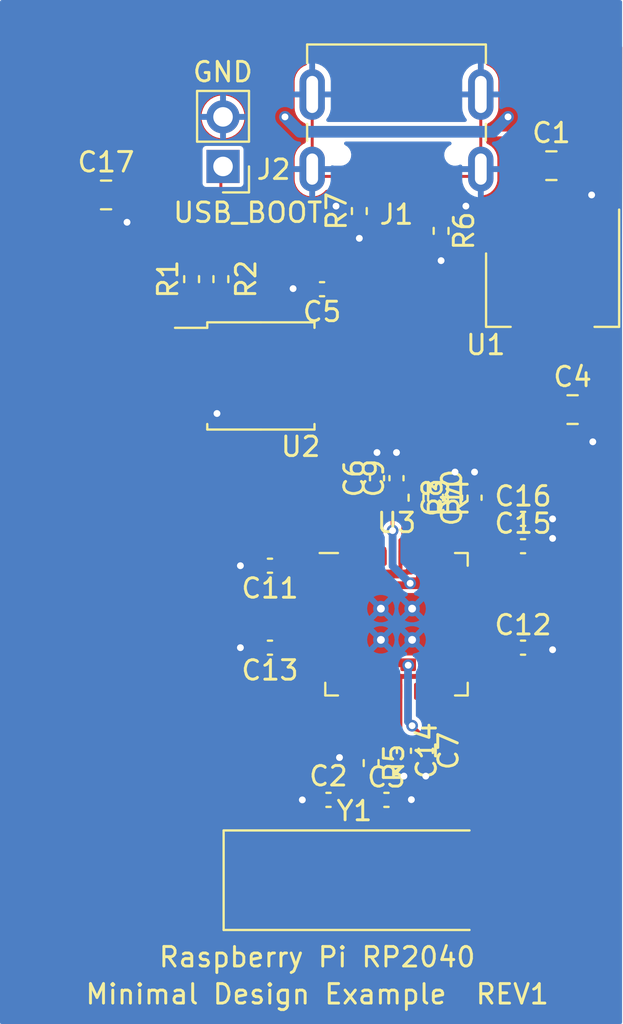
<source format=kicad_pcb>
(kicad_pcb (version 20211014) (generator pcbnew)
  (title_block (title "RP2040 Minimal Design Example") (date "2020-07-13") (rev "REV1") (company "Raspberry Pi (Trading) Ltd"))
  (layers (0 "F.Cu" signal) (31 "B.Cu" signal) (34 "B.Paste" user) (35 "F.Paste" user) (36 "B.SilkS" user "B.Silkscreen") (37 "F.SilkS" user "F.Silkscreen") (38 "B.Mask" user) (39 "F.Mask" user) (44 "Edge.Cuts" user))
  (net 0 "")
  (net 1 "GND")
  (net 2 "VBUS")
  (net 3 "/XIN")
  (net 4 "/XOUT")
  (net 5 "+3V3")
  (net 6 "+1V1")
  (net 7 "/~{USB_BOOT}")
  (net 8 "/GPIO15")
  (net 9 "/GPIO14")
  (net 10 "/GPIO13")
  (net 11 "/GPIO12")
  (net 12 "/GPIO11")
  (net 13 "/GPIO10")
  (net 14 "/GPIO9")
  (net 15 "/GPIO8")
  (net 16 "/GPIO7")
  (net 17 "/GPIO6")
  (net 18 "/GPIO5")
  (net 19 "/GPIO4")
  (net 20 "/GPIO3")
  (net 21 "/GPIO2")
  (net 22 "/GPIO1")
  (net 23 "/GPIO0")
  (net 24 "/GPIO29_ADC3")
  (net 25 "/GPIO28_ADC2")
  (net 26 "/GPIO27_ADC1")
  (net 27 "/GPIO26_ADC0")
  (net 28 "/GPIO25")
  (net 29 "/GPIO24")
  (net 30 "/GPIO23")
  (net 31 "/GPIO22")
  (net 32 "/GPIO21")
  (net 33 "/GPIO20")
  (net 34 "/GPIO19")
  (net 35 "/GPIO18")
  (net 36 "/GPIO17")
  (net 37 "/GPIO16")
  (net 38 "/RUN")
  (net 39 "/SWD")
  (net 40 "/SWCLK")
  (net 41 "/QSPI_SS")
  (net 42 "Net-(R3-Pad2)")
  (net 43 "Net-(R4-Pad2)")
  (net 44 "/QSPI_SD3")
  (net 45 "/QSPI_SCLK")
  (net 46 "/QSPI_SD0")
  (net 47 "/QSPI_SD2")
  (net 48 "/QSPI_SD1")
  (net 49 "/USB_D+")
  (net 50 "/USB_D-")
  (net 51 "Net-(C3-Pad1)")
  (net 54 "Net-(J1-PadA5)")
  (net 55 "Net-(J1-PadB5)")
  (footprint "Capacitor_SMD:C_0805_2012Metric" (layer "F.Cu") (at 109.025 89)
    (fp_text reference "C4" (at 0 -1.68) (layer "F.SilkS"))
    (fp_text value "10u")
    (pad "1" smd roundrect (at -0.95 0) (size 1 1.45) (layers "F.Cu" "F.Paste" "F.Mask") (net 5 "+3V3"))
    (pad "2" smd roundrect (at 0.95 0) (size 1 1.45) (layers "F.Cu" "F.Paste" "F.Mask") (net 1 "GND"))
  )
  (footprint "Connector_PinHeader_2.54mm:PinHeader_1x02_P2.54mm_Vertical" (layer "F.Cu") (at 91.11 76.54 180)
    (fp_text reference "J2" (at -2.59 -0.16) (layer "F.SilkS"))
    (fp_text value "Conn_01x02")
    (pad "1" thru_hole rect (at 0 0 180) (size 1.7 1.7) (drill 1) (layers *.Cu *.Mask) (net 7 "/~{USB_BOOT}"))
    (pad "2" thru_hole oval (at 0 2.54 180) (size 1.7 1.7) (drill 1) (layers *.Cu *.Mask) (net 1 "GND"))
  )
  (footprint "Capacitor_SMD:C_0402_1005Metric" (layer "F.Cu") (at 104 93.515 90)
    (fp_text reference "C10" (at 0 -1.16 90) (layer "F.SilkS"))
    (fp_text value "1u")
    (pad "1" smd roundrect (at -0.48 0 90) (size 0.56 0.62) (layers "F.Cu" "F.Paste" "F.Mask") (net 5 "+3V3"))
    (pad "2" smd roundrect (at 0.48 0 90) (size 0.56 0.62) (layers "F.Cu" "F.Paste" "F.Mask") (net 1 "GND"))
  )
  (footprint "Capacitor_SMD:C_0402_1005Metric" (layer "F.Cu") (at 103 93.515 90)
    (fp_text reference "C8" (at 0 -1.16 90) (layer "F.SilkS"))
    (fp_text value "1u")
    (pad "1" smd roundrect (at -0.48 0 90) (size 0.56 0.62) (layers "F.Cu" "F.Paste" "F.Mask") (net 6 "+1V1"))
    (pad "2" smd roundrect (at 0.48 0 90) (size 0.56 0.62) (layers "F.Cu" "F.Paste" "F.Mask") (net 1 "GND"))
  )
  (footprint "Capacitor_SMD:C_0402_1005Metric" (layer "F.Cu") (at 93.515 101.2 180)
    (fp_text reference "C13" (at 0 -1.16 180) (layer "F.SilkS"))
    (fp_text value "100n")
    (pad "1" smd roundrect (at -0.48 0 180) (size 0.56 0.62) (layers "F.Cu" "F.Paste" "F.Mask") (net 5 "+3V3"))
    (pad "2" smd roundrect (at 0.48 0 180) (size 0.56 0.62) (layers "F.Cu" "F.Paste" "F.Mask") (net 1 "GND"))
  )
  (footprint "Capacitor_SMD:C_0402_1005Metric" (layer "F.Cu") (at 96.185 82.83 180)
    (fp_text reference "C5" (at 0 -1.16 180) (layer "F.SilkS"))
    (fp_text value "100n")
    (pad "1" smd roundrect (at -0.48 0 180) (size 0.56 0.62) (layers "F.Cu" "F.Paste" "F.Mask") (net 5 "+3V3"))
    (pad "2" smd roundrect (at 0.48 0 180) (size 0.56 0.62) (layers "F.Cu" "F.Paste" "F.Mask") (net 1 "GND"))
  )
  (footprint "Resistor_SMD:R_0402_1005Metric" (layer "F.Cu") (at 89.5 82.315 -90)
    (fp_text reference "R2" (at 0 -2.79 -90) (layer "F.SilkS"))
    (fp_text value "DNF")
    (pad "1" smd roundrect (at -0.51 0 270) (size 0.54 0.64) (layers "F.Cu" "F.Paste" "F.Mask") (net 5 "+3V3"))
    (pad "2" smd roundrect (at 0.51 0 270) (size 0.54 0.64) (layers "F.Cu" "F.Paste" "F.Mask") (net 41 "/QSPI_SS"))
  )
  (footprint "Package_TO_SOT_SMD:SOT-223-3_TabPin2" (layer "F.Cu") (at 108 82.85 -90)
    (fp_text reference "U1" (at 2.834 3.428 180) (layer "F.SilkS"))
    (fp_text value "NCP1117-3.3_SOT223")
    (pad "1" smd rect (at -3.15 -2.3 270) (size 2 1.5) (layers "F.Cu" "F.Paste" "F.Mask") (net 1 "GND"))
    (pad "2" smd rect (at -3.15 0 270) (size 2 1.5) (layers "F.Cu" "F.Paste" "F.Mask") (net 5 "+3V3"))
    (pad "2" smd rect (at 3.15 0 270) (size 2 3.8) (layers "F.Cu" "F.Paste" "F.Mask") (net 5 "+3V3"))
    (pad "3" smd rect (at -3.15 2.3 270) (size 2 1.5) (layers "F.Cu" "F.Paste" "F.Mask") (net 2 "VBUS"))
  )
  (footprint "Package_SO:SOIC-8_5.275x5.275mm_P1.27mm" (layer "F.Cu") (at 93.05 87.275)
    (fp_text reference "U2" (at 2.04 3.625) (layer "F.SilkS"))
    (fp_text value "W25Q128JVS")
    (pad "1" smd roundrect (at -3.6 -1.905) (size 1.6 0.6) (layers "F.Cu" "F.Paste" "F.Mask") (net 41 "/QSPI_SS"))
    (pad "2" smd roundrect (at -3.6 -0.635) (size 1.6 0.6) (layers "F.Cu" "F.Paste" "F.Mask") (net 48 "/QSPI_SD1"))
    (pad "3" smd roundrect (at -3.6 0.635) (size 1.6 0.6) (layers "F.Cu" "F.Paste" "F.Mask") (net 47 "/QSPI_SD2"))
    (pad "4" smd roundrect (at -3.6 1.905) (size 1.6 0.6) (layers "F.Cu" "F.Paste" "F.Mask") (net 1 "GND"))
    (pad "5" smd roundrect (at 3.6 1.905) (size 1.6 0.6) (layers "F.Cu" "F.Paste" "F.Mask") (net 46 "/QSPI_SD0"))
    (pad "6" smd roundrect (at 3.6 0.635) (size 1.6 0.6) (layers "F.Cu" "F.Paste" "F.Mask") (net 45 "/QSPI_SCLK"))
    (pad "7" smd roundrect (at 3.6 -0.635) (size 1.6 0.6) (layers "F.Cu" "F.Paste" "F.Mask") (net 44 "/QSPI_SD3"))
    (pad "8" smd roundrect (at 3.6 -1.905) (size 1.6 0.6) (layers "F.Cu" "F.Paste" "F.Mask") (net 5 "+3V3"))
  )
  (footprint "Capacitor_SMD:C_0402_1005Metric" (layer "F.Cu") (at 99.485 109)
    (fp_text reference "C3" (at 0 -1.16) (layer "F.SilkS"))
    (fp_text value "27p")
    (pad "1" smd roundrect (at -0.48 0) (size 0.56 0.62) (layers "F.Cu" "F.Paste" "F.Mask") (net 51 "Net-(C3-Pad1)"))
    (pad "2" smd roundrect (at 0.48 0) (size 0.56 0.62) (layers "F.Cu" "F.Paste" "F.Mask") (net 1 "GND"))
  )
  (footprint "Resistor_SMD:R_0402_1005Metric" (layer "F.Cu") (at 91 82.315 90)
    (fp_text reference "R1" (at 0 -2.71 90) (layer "F.SilkS"))
    (fp_text value "1k")
    (pad "1" smd roundrect (at -0.51 0 90) (size 0.54 0.64) (layers "F.Cu" "F.Paste" "F.Mask") (net 41 "/QSPI_SS"))
    (pad "2" smd roundrect (at 0.51 0 90) (size 0.54 0.64) (layers "F.Cu" "F.Paste" "F.Mask") (net 7 "/~{USB_BOOT}"))
  )
  (footprint "Capacitor_SMD:C_0402_1005Metric" (layer "F.Cu") (at 100 92.515 90)
    (fp_text reference "C9" (at 0 -1.16 90) (layer "F.SilkS"))
    (fp_text value "100n")
    (pad "1" smd roundrect (at -0.48 0 90) (size 0.56 0.62) (layers "F.Cu" "F.Paste" "F.Mask") (net 5 "+3V3"))
    (pad "2" smd roundrect (at 0.48 0 90) (size 0.56 0.62) (layers "F.Cu" "F.Paste" "F.Mask") (net 1 "GND"))
  )
  (footprint "Capacitor_SMD:C_0402_1005Metric" (layer "F.Cu") (at 106.485 101.2)
    (fp_text reference "C12" (at 0 -1.16) (layer "F.SilkS"))
    (fp_text value "100n")
    (pad "1" smd roundrect (at -0.48 0) (size 0.56 0.62) (layers "F.Cu" "F.Paste" "F.Mask") (net 5 "+3V3"))
    (pad "2" smd roundrect (at 0.48 0) (size 0.56 0.62) (layers "F.Cu" "F.Paste" "F.Mask") (net 1 "GND"))
  )
  (footprint "Capacitor_SMD:C_0402_1005Metric" (layer "F.Cu") (at 100.381 106.485 -90)
    (fp_text reference "C14" (at 0 -1.16 -90) (layer "F.SilkS"))
    (fp_text value "100n")
    (pad "1" smd roundrect (at -0.48 0 270) (size 0.56 0.62) (layers "F.Cu" "F.Paste" "F.Mask") (net 5 "+3V3"))
    (pad "2" smd roundrect (at 0.48 0 270) (size 0.56 0.62) (layers "F.Cu" "F.Paste" "F.Mask") (net 1 "GND"))
  )
  (footprint "Resistor_SMD:R_0402_1005Metric" (layer "F.Cu") (at 101 93.515 -90)
    (fp_text reference "R3" (at 0 -1.17 -90) (layer "F.SilkS"))
    (fp_text value "27")
    (pad "1" smd roundrect (at -0.51 0 270) (size 0.54 0.64) (layers "F.Cu" "F.Paste" "F.Mask") (net 49 "/USB_D+"))
    (pad "2" smd roundrect (at 0.51 0 270) (size 0.54 0.64) (layers "F.Cu" "F.Paste" "F.Mask") (net 42 "Net-(R3-Pad2)"))
  )
  (footprint "Capacitor_SMD:C_0402_1005Metric" (layer "F.Cu") (at 101.5 106.485 -90)
    (fp_text reference "C7" (at 0 -1.16 -90) (layer "F.SilkS"))
    (fp_text value "100n")
    (pad "1" smd roundrect (at -0.48 0 270) (size 0.56 0.62) (layers "F.Cu" "F.Paste" "F.Mask") (net 6 "+1V1"))
    (pad "2" smd roundrect (at 0.48 0 270) (size 0.56 0.62) (layers "F.Cu" "F.Paste" "F.Mask") (net 1 "GND"))
  )
  (footprint "Capacitor_SMD:C_0805_2012Metric" (layer "F.Cu") (at 107.9375 76.5)
    (fp_text reference "C1" (at 0 -1.68) (layer "F.SilkS"))
    (fp_text value "10u")
    (pad "1" smd roundrect (at -0.95 0) (size 1 1.45) (layers "F.Cu" "F.Paste" "F.Mask") (net 2 "VBUS"))
    (pad "2" smd roundrect (at 0.95 0) (size 1 1.45) (layers "F.Cu" "F.Paste" "F.Mask") (net 1 "GND"))
  )
  (footprint "Capacitor_SMD:C_0402_1005Metric" (layer "F.Cu") (at 93.515 97 180)
    (fp_text reference "C11" (at 0 -1.16 180) (layer "F.SilkS"))
    (fp_text value "100n")
    (pad "1" smd roundrect (at -0.48 0 180) (size 0.56 0.62) (layers "F.Cu" "F.Paste" "F.Mask") (net 5 "+3V3"))
    (pad "2" smd roundrect (at 0.48 0 180) (size 0.56 0.62) (layers "F.Cu" "F.Paste" "F.Mask") (net 1 "GND"))
  )
  (footprint "Capacitor_SMD:C_0402_1005Metric" (layer "F.Cu") (at 106.485 94.6)
    (fp_text reference "C16" (at 0 -1.16) (layer "F.SilkS"))
    (fp_text value "100n")
    (pad "1" smd roundrect (at -0.48 0) (size 0.56 0.62) (layers "F.Cu" "F.Paste" "F.Mask") (net 5 "+3V3"))
    (pad "2" smd roundrect (at 0.48 0) (size 0.56 0.62) (layers "F.Cu" "F.Paste" "F.Mask") (net 1 "GND"))
  )
  (footprint "kicad-rp2040:RP2040_QFN-56_EP_7x7_Pitch0.4mm_ThermalVias" (layer "F.Cu") (at 100 100)
    (fp_text reference "U3" (at 0 -5.2) (layer "F.SilkS"))
    (fp_text value "RP2040")
    (pad "1" smd oval (at -3.4375 -2.6 90) (size 0.2 0.875) (layers "F.Cu" "F.Paste" "F.Mask") (net 5 "+3V3"))
    (pad "2" smd oval (at -3.4375 -2.2 90) (size 0.2 0.875) (layers "F.Cu" "F.Paste" "F.Mask") (net 23 "/GPIO0"))
    (pad "3" smd oval (at -3.4375 -1.8 90) (size 0.2 0.875) (layers "F.Cu" "F.Paste" "F.Mask") (net 22 "/GPIO1"))
    (pad "4" smd oval (at -3.4375 -1.4 90) (size 0.2 0.875) (layers "F.Cu" "F.Paste" "F.Mask") (net 21 "/GPIO2"))
    (pad "5" smd oval (at -3.4375 -1 90) (size 0.2 0.875) (layers "F.Cu" "F.Paste" "F.Mask") (net 20 "/GPIO3"))
    (pad "6" smd oval (at -3.4375 -0.6 90) (size 0.2 0.875) (layers "F.Cu" "F.Paste" "F.Mask") (net 19 "/GPIO4"))
    (pad "7" smd oval (at -3.4375 -0.2 90) (size 0.2 0.875) (layers "F.Cu" "F.Paste" "F.Mask") (net 18 "/GPIO5"))
    (pad "8" smd oval (at -3.4375 0.2 90) (size 0.2 0.875) (layers "F.Cu" "F.Paste" "F.Mask") (net 17 "/GPIO6"))
    (pad "9" smd oval (at -3.4375 0.6 90) (size 0.2 0.875) (layers "F.Cu" "F.Paste" "F.Mask") (net 16 "/GPIO7"))
    (pad "10" smd oval (at -3.4375 1 90) (size 0.2 0.875) (layers "F.Cu" "F.Paste" "F.Mask") (net 5 "+3V3"))
    (pad "11" smd oval (at -3.4375 1.4 90) (size 0.2 0.875) (layers "F.Cu" "F.Paste" "F.Mask") (net 15 "/GPIO8"))
    (pad "12" smd oval (at -3.4375 1.8 90) (size 0.2 0.875) (layers "F.Cu" "F.Paste" "F.Mask") (net 14 "/GPIO9"))
    (pad "13" smd oval (at -3.4375 2.2 90) (size 0.2 0.875) (layers "F.Cu" "F.Paste" "F.Mask") (net 13 "/GPIO10"))
    (pad "14" smd oval (at -3.4375 2.6 90) (size 0.2 0.875) (layers "F.Cu" "F.Paste" "F.Mask") (net 12 "/GPIO11"))
    (pad "15" smd oval (at -2.6 3.4375) (size 0.2 0.875) (layers "F.Cu" "F.Paste" "F.Mask") (net 11 "/GPIO12"))
    (pad "16" smd oval (at -2.2 3.4375) (size 0.2 0.875) (layers "F.Cu" "F.Paste" "F.Mask") (net 10 "/GPIO13"))
    (pad "17" smd oval (at -1.8 3.4375) (size 0.2 0.875) (layers "F.Cu" "F.Paste" "F.Mask") (net 9 "/GPIO14"))
    (pad "18" smd oval (at -1.4 3.4375) (size 0.2 0.875) (layers "F.Cu" "F.Paste" "F.Mask") (net 8 "/GPIO15"))
    (pad "19" smd oval (at -1 3.4375) (size 0.2 0.875) (layers "F.Cu" "F.Paste" "F.Mask") (net 1 "GND"))
    (pad "20" smd oval (at -0.6 3.4375) (size 0.2 0.875) (layers "F.Cu" "F.Paste" "F.Mask") (net 3 "/XIN"))
    (pad "21" smd oval (at -0.2 3.4375) (size 0.2 0.875) (layers "F.Cu" "F.Paste" "F.Mask") (net 4 "/XOUT"))
    (pad "22" smd oval (at 0.2 3.4375) (size 0.2 0.875) (layers "F.Cu" "F.Paste" "F.Mask") (net 5 "+3V3"))
    (pad "23" smd oval (at 0.6 3.4375) (size 0.2 0.875) (layers "F.Cu" "F.Paste" "F.Mask") (net 6 "+1V1"))
    (pad "24" smd oval (at 1 3.4375) (size 0.2 0.875) (layers "F.Cu" "F.Paste" "F.Mask") (net 40 "/SWCLK"))
    (pad "25" smd oval (at 1.4 3.4375) (size 0.2 0.875) (layers "F.Cu" "F.Paste" "F.Mask") (net 39 "/SWD"))
    (pad "26" smd oval (at 1.8 3.4375) (size 0.2 0.875) (layers "F.Cu" "F.Paste" "F.Mask") (net 38 "/RUN"))
    (pad "27" smd oval (at 2.2 3.4375) (size 0.2 0.875) (layers "F.Cu" "F.Paste" "F.Mask") (net 37 "/GPIO16"))
    (pad "28" smd oval (at 2.6 3.4375) (size 0.2 0.875) (layers "F.Cu" "F.Paste" "F.Mask") (net 36 "/GPIO17"))
    (pad "29" smd oval (at 3.4375 2.6 90) (size 0.2 0.875) (layers "F.Cu" "F.Paste" "F.Mask") (net 35 "/GPIO18"))
    (pad "30" smd oval (at 3.4375 2.2 90) (size 0.2 0.875) (layers "F.Cu" "F.Paste" "F.Mask") (net 34 "/GPIO19"))
    (pad "31" smd oval (at 3.4375 1.8 90) (size 0.2 0.875) (layers "F.Cu" "F.Paste" "F.Mask") (net 33 "/GPIO20"))
    (pad "32" smd oval (at 3.4375 1.4 90) (size 0.2 0.875) (layers "F.Cu" "F.Paste" "F.Mask") (net 32 "/GPIO21"))
    (pad "33" smd oval (at 3.4375 1 90) (size 0.2 0.875) (layers "F.Cu" "F.Paste" "F.Mask") (net 5 "+3V3"))
    (pad "34" smd oval (at 3.4375 0.6 90) (size 0.2 0.875) (layers "F.Cu" "F.Paste" "F.Mask") (net 31 "/GPIO22"))
    (pad "35" smd oval (at 3.4375 0.2 90) (size 0.2 0.875) (layers "F.Cu" "F.Paste" "F.Mask") (net 30 "/GPIO23"))
    (pad "36" smd oval (at 3.4375 -0.2 90) (size 0.2 0.875) (layers "F.Cu" "F.Paste" "F.Mask") (net 29 "/GPIO24"))
    (pad "37" smd oval (at 3.4375 -0.6 90) (size 0.2 0.875) (layers "F.Cu" "F.Paste" "F.Mask") (net 28 "/GPIO25"))
    (pad "38" smd oval (at 3.4375 -1 90) (size 0.2 0.875) (layers "F.Cu" "F.Paste" "F.Mask") (net 27 "/GPIO26_ADC0"))
    (pad "39" smd oval (at 3.4375 -1.4 90) (size 0.2 0.875) (layers "F.Cu" "F.Paste" "F.Mask") (net 26 "/GPIO27_ADC1"))
    (pad "40" smd oval (at 3.4375 -1.8 90) (size 0.2 0.875) (layers "F.Cu" "F.Paste" "F.Mask") (net 25 "/GPIO28_ADC2"))
    (pad "41" smd oval (at 3.4375 -2.2 90) (size 0.2 0.875) (layers "F.Cu" "F.Paste" "F.Mask") (net 24 "/GPIO29_ADC3"))
    (pad "42" smd oval (at 3.4375 -2.6 90) (size 0.2 0.875) (layers "F.Cu" "F.Paste" "F.Mask") (net 5 "+3V3"))
    (pad "43" smd oval (at 2.6 -3.4375) (size 0.2 0.875) (layers "F.Cu" "F.Paste" "F.Mask") (net 5 "+3V3"))
    (pad "44" smd oval (at 2.2 -3.4375) (size 0.2 0.875) (layers "F.Cu" "F.Paste" "F.Mask") (net 5 "+3V3"))
    (pad "45" smd oval (at 1.8 -3.4375) (size 0.2 0.875) (layers "F.Cu" "F.Paste" "F.Mask") (net 6 "+1V1"))
    (pad "46" smd oval (at 1.4 -3.4375) (size 0.2 0.875) (layers "F.Cu" "F.Paste" "F.Mask") (net 43 "Net-(R4-Pad2)"))
    (pad "47" smd oval (at 1 -3.4375) (size 0.2 0.875) (layers "F.Cu" "F.Paste" "F.Mask") (net 42 "Net-(R3-Pad2)"))
    (pad "48" smd oval (at 0.6 -3.4375) (size 0.2 0.875) (layers "F.Cu" "F.Paste" "F.Mask") (net 5 "+3V3"))
    (pad "49" smd oval (at 0.2 -3.4375) (size 0.2 0.875) (layers "F.Cu" "F.Paste" "F.Mask") (net 5 "+3V3"))
    (pad "50" smd oval (at -0.2 -3.4375) (size 0.2 0.875) (layers "F.Cu" "F.Paste" "F.Mask") (net 6 "+1V1"))
    (pad "51" smd oval (at -0.6 -3.4375) (size 0.2 0.875) (layers "F.Cu" "F.Paste" "F.Mask") (net 44 "/QSPI_SD3"))
    (pad "52" smd oval (at -1 -3.4375) (size 0.2 0.875) (layers "F.Cu" "F.Paste" "F.Mask") (net 45 "/QSPI_SCLK"))
    (pad "53" smd oval (at -1.4 -3.4375) (size 0.2 0.875) (layers "F.Cu" "F.Paste" "F.Mask") (net 46 "/QSPI_SD0"))
    (pad "54" smd oval (at -1.8 -3.4375) (size 0.2 0.875) (layers "F.Cu" "F.Paste" "F.Mask") (net 47 "/QSPI_SD2"))
    (pad "55" smd oval (at -2.2 -3.4375) (size 0.2 0.875) (layers "F.Cu" "F.Paste" "F.Mask") (net 48 "/QSPI_SD1"))
    (pad "56" smd oval (at -2.6 -3.4375) (size 0.2 0.875) (layers "F.Cu" "F.Paste" "F.Mask") (net 41 "/QSPI_SS"))
    (pad "57" smd rect (at 0.8 -0.8) (size 1.6 1.6) (layers "F.Cu" "F.Paste" "F.Mask") (net 1 "GND"))
    (pad "57" thru_hole circle (at 0.8 0.8) (size 0.8 0.8) (drill 0.4) (layers *.Cu *.Mask) (net 1 "GND"))
    (pad "57" smd rect (at -0.8 0.8) (size 1.6 1.6) (layers "F.Cu" "F.Paste" "F.Mask") (net 1 "GND"))
    (pad "57" thru_hole circle (at -0.8 -0.8) (size 0.8 0.8) (drill 0.4) (layers *.Cu *.Mask) (net 1 "GND"))
    (pad "57" thru_hole circle (at 0.8 -0.8) (size 0.8 0.8) (drill 0.4) (layers *.Cu *.Mask) (net 1 "GND"))
    (pad "57" thru_hole circle (at -0.8 0.8) (size 0.8 0.8) (drill 0.4) (layers *.Cu *.Mask) (net 1 "GND"))
    (pad "57" smd rect (at -0.8 -0.8) (size 1.6 1.6) (layers "F.Cu" "F.Paste" "F.Mask") (net 1 "GND"))
    (pad "57" smd rect (at 0.8 0.8) (size 1.6 1.6) (layers "F.Cu" "F.Paste" "F.Mask") (net 1 "GND"))
  )
  (footprint "Capacitor_SMD:C_0402_1005Metric" (layer "F.Cu") (at 96.515 109 180)
    (fp_text reference "C2" (at 0.005311 1.218 180) (layer "F.SilkS"))
    (fp_text value "27p")
    (pad "1" smd roundrect (at -0.48 0 180) (size 0.56 0.62) (layers "F.Cu" "F.Paste" "F.Mask") (net 3 "/XIN"))
    (pad "2" smd roundrect (at 0.48 0 180) (size 0.56 0.62) (layers "F.Cu" "F.Paste" "F.Mask") (net 1 "GND"))
  )
  (footprint "Resistor_SMD:R_0402_1005Metric" (layer "F.Cu") (at 102 93.515 -90)
    (fp_text reference "R4" (at 0 -1.17 -90) (layer "F.SilkS"))
    (fp_text value "27")
    (pad "1" smd roundrect (at -0.51 0 270) (size 0.54 0.64) (layers "F.Cu" "F.Paste" "F.Mask") (net 50 "/USB_D-"))
    (pad "2" smd roundrect (at 0.51 0 270) (size 0.54 0.64) (layers "F.Cu" "F.Paste" "F.Mask") (net 43 "Net-(R4-Pad2)"))
  )
  (footprint "Capacitor_SMD:C_0402_1005Metric" (layer "F.Cu") (at 99 92.515 90)
    (fp_text reference "C6" (at 0 -1.16 90) (layer "F.SilkS"))
    (fp_text value "100n")
    (pad "1" smd roundrect (at -0.48 0 90) (size 0.56 0.62) (layers "F.Cu" "F.Paste" "F.Mask") (net 6 "+1V1"))
    (pad "2" smd roundrect (at 0.48 0 90) (size 0.56 0.62) (layers "F.Cu" "F.Paste" "F.Mask") (net 1 "GND"))
  )
  (footprint "Capacitor_SMD:C_0402_1005Metric" (layer "F.Cu") (at 106.485 96)
    (fp_text reference "C15" (at 0 -1.16) (layer "F.SilkS"))
    (fp_text value "100n")
    (pad "1" smd roundrect (at -0.48 0) (size 0.56 0.62) (layers "F.Cu" "F.Paste" "F.Mask") (net 5 "+3V3"))
    (pad "2" smd roundrect (at 0.48 0) (size 0.56 0.62) (layers "F.Cu" "F.Paste" "F.Mask") (net 1 "GND"))
  )
  (footprint "Resistor_SMD:R_0402_1005Metric" (layer "F.Cu") (at 98.7 107.115 -90)
    (fp_text reference "R5" (at 0 -1.17 -90) (layer "F.SilkS"))
    (fp_text value "1k")
    (pad "1" smd roundrect (at -0.51 0 270) (size 0.54 0.64) (layers "F.Cu" "F.Paste" "F.Mask") (net 4 "/XOUT"))
    (pad "2" smd roundrect (at 0.51 0 270) (size 0.54 0.64) (layers "F.Cu" "F.Paste" "F.Mask") (net 51 "Net-(C3-Pad1)"))
  )
  (footprint "Crystal:Crystal_SMD_HC49-SD" (layer "F.Cu") (at 97.841 113.116)
    (fp_text reference "Y1" (at 0 -3.55) (layer "F.SilkS"))
    (fp_text value "ABLS-12.000MHZ-B4-T")
    (pad "1" smd rect (at -4.25 0) (size 4.5 2) (layers "F.Cu" "F.Paste" "F.Mask") (net 3 "/XIN"))
    (pad "2" smd rect (at 4.25 0) (size 4.5 2) (layers "F.Cu" "F.Paste" "F.Mask") (net 51 "Net-(C3-Pad1)"))
  )
  (footprint "Capacitor_SMD:C_0805_2012Metric" (layer "F.Cu") (at 85.115 78)
    (fp_text reference "C17" (at 0 -1.68) (layer "F.SilkS"))
    (fp_text value "10u")
    (pad "1" smd roundrect (at -0.95 0) (size 1 1.45) (layers "F.Cu" "F.Paste" "F.Mask") (net 5 "+3V3"))
    (pad "2" smd roundrect (at 0.95 0) (size 1 1.45) (layers "F.Cu" "F.Paste" "F.Mask") (net 1 "GND"))
  )
  (footprint "Resistor_SMD:R_0402_1005Metric" (layer "F.Cu") (at 102.286 79.842 -90)
    (fp_text reference "R6" (at 0 -1.17 90) (layer "F.SilkS"))
    (fp_text value "5k1")
    (pad "1" smd roundrect (at -0.51 0 270) (size 0.54 0.64) (layers "F.Cu" "F.Paste" "F.Mask") (net 54 "Net-(J1-PadA5)"))
    (pad "2" smd roundrect (at 0.51 0 270) (size 0.54 0.64) (layers "F.Cu" "F.Paste" "F.Mask") (net 1 "GND"))
  )
  (footprint "Connector_USB:USB_C_Receptacle_JAE_DX07S016JA1R1500" (layer "F.Cu") (at 100 74 180)
    (fp_text reference "J1" (at 0 -5 180) (layer "F.SilkS"))
    (fp_text value "USB_C_Receptacle_USB2.0")
    (pad "" smd rect (at -1.4 1.15 180) (size 1 2) (layers "F.Cu" "F.Paste" "F.Mask"))
    (pad "" np_thru_hole oval (at 3 -1.95 180) (size 0.85 0.6) (drill oval 0.85 0.6) (layers F&B.Cu *.Mask))
    (pad "" smd rect (at 1.4 1.15 180) (size 1 2) (layers "F.Cu" "F.Paste" "F.Mask"))
    (pad "" np_thru_hole circle (at -3 -1.95 180) (size 0.6 0.6) (drill 0.6) (layers F&B.Cu *.Mask))
    (pad "A1" smd rect (at -3.1 -3.05 180) (size 0.52 1) (layers "F.Cu" "F.Paste" "F.Mask") (net 1 "GND"))
    (pad "A4" smd rect (at -2.35 -3.05 180) (size 0.52 1) (layers "F.Cu" "F.Paste" "F.Mask") (net 2 "VBUS"))
    (pad "A5" smd rect (at -1.75 -3.05 180) (size 0.27 1) (layers "F.Cu" "F.Paste" "F.Mask") (net 54 "Net-(J1-PadA5)"))
    (pad "A6" smd rect (at -0.25 -3.05 180) (size 0.27 1) (layers "F.Cu" "F.Paste" "F.Mask") (net 49 "/USB_D+"))
    (pad "A7" smd rect (at 0.75 -3.05 180) (size 0.27 1) (layers "F.Cu" "F.Paste" "F.Mask") (net 50 "/USB_D-"))
    (pad "A8" smd rect (at 1.75 -3.05 180) (size 0.27 1) (layers "F.Cu" "F.Paste" "F.Mask"))
    (pad "A9" smd rect (at 2.35 -3.05 180) (size 0.52 1) (layers "F.Cu" "F.Paste" "F.Mask") (net 2 "VBUS"))
    (pad "A12" smd rect (at 3.1 -3.05 180) (size 0.52 1) (layers "F.Cu" "F.Paste" "F.Mask") (net 1 "GND"))
    (pad "B1" smd rect (at 3.1 -3.05 180) (size 0.52 1) (layers "F.Cu" "F.Paste" "F.Mask") (net 1 "GND"))
    (pad "B4" smd rect (at 2.35 -3.05 180) (size 0.52 1) (layers "F.Cu" "F.Paste" "F.Mask") (net 2 "VBUS"))
    (pad "B5" smd rect (at 1.25 -3.05 180) (size 0.27 1) (layers "F.Cu" "F.Paste" "F.Mask") (net 55 "Net-(J1-PadB5)"))
    (pad "B6" smd rect (at 0.25 -3.05 180) (size 0.27 1) (layers "F.Cu" "F.Paste" "F.Mask") (net 49 "/USB_D+"))
    (pad "B7" smd rect (at -0.75 -3.05 180) (size 0.27 1) (layers "F.Cu" "F.Paste" "F.Mask") (net 50 "/USB_D-"))
    (pad "B8" smd rect (at -1.25 -3.05 180) (size 0.27 1) (layers "F.Cu" "F.Paste" "F.Mask"))
    (pad "B9" smd rect (at -2.35 -3.05 180) (size 0.52 1) (layers "F.Cu" "F.Paste" "F.Mask") (net 2 "VBUS"))
    (pad "B12" smd rect (at -3.1 -3.05 180) (size 0.52 1) (layers "F.Cu" "F.Paste" "F.Mask") (net 1 "GND"))
    (pad "S1" thru_hole oval (at -4.32 1.15 180) (size 1.3 2.6) (drill oval 0.6 1.9) (layers *.Cu *.Mask) (net 1 "GND"))
    (pad "S1" thru_hole oval (at 4.32 -2.675 180) (size 1.3 2.3) (drill oval 0.6 1.6) (layers *.Cu *.Mask) (net 1 "GND"))
    (pad "S1" thru_hole oval (at -4.32 -2.675 180) (size 1.3 2.3) (drill oval 0.6 1.6) (layers *.Cu *.Mask) (net 1 "GND"))
    (pad "S1" thru_hole oval (at 4.32 1.15 180) (size 1.3 2.6) (drill oval 0.6 1.9) (layers *.Cu *.Mask) (net 1 "GND"))
  )
  (footprint "Resistor_SMD:R_0402_1005Metric" (layer "F.Cu") (at 98.095 78.826 90)
    (fp_text reference "R7" (at 0 -1.17 90) (layer "F.SilkS"))
    (fp_text value "5k1")
    (pad "1" smd roundrect (at -0.51 0 90) (size 0.54 0.64) (layers "F.Cu" "F.Paste" "F.Mask") (net 1 "GND"))
    (pad "2" smd roundrect (at 0.51 0 90) (size 0.54 0.64) (layers "F.Cu" "F.Paste" "F.Mask") (net 55 "Net-(J1-PadB5)"))
  )
  (gr_text "Raspberry Pi RP2040" (at 95.936 117.058) (layer "F.SilkS") (effects (font (size 1 1))))
  (gr_text "\nUSB_BOOT" (at 92.38 78.1) (layer "F.SilkS") (effects (font (size 1 1))))
  (gr_text "Minimal Design Example  REV1" (at 95.936 118.958) (layer "F.SilkS") (effects (font (size 1 1))))
  (gr_text "GND" (at 91.1 71.7) (layer "F.SilkS") (effects (font (size 1 1))))
  (segment (start 93.03 101.2) (end 92 101.2) (width 0.2) (layer "F.Cu") (net 1))
  (segment (start 104.32 76.675) (end 104.32 72.85) (width 0.15) (layer "F.Cu") (net 1))
  (segment (start 110.05 90.64) (end 110.06 90.65) (width 0.2) (layer "F.Cu") (net 1))
  (segment (start 106.97 94.6) (end 108 94.6) (width 0.2) (layer "F.Cu") (net 1))
  (segment (start 103.1 77.05) (end 103.945 77.05) (width 0.15) (layer "F.Cu") (net 1))
  (segment (start 102.286 80.352) (end 102.286 81.366) (width 0.2) (layer "F.Cu") (net 1))
  (segment (start 99 92.03) (end 99 91.200008) (width 0.2) (layer "F.Cu") (net 1))
  (segment (start 96.9 78.5708) (end 96.9012 78.572) (width 0.15) (layer "F.Cu") (net 1))
  (segment (start 106.97 101.2) (end 107.075 101.305) (width 0.2) (layer "F.Cu") (net 1))
  (segment (start 100.381 107.781984) (end 100.380994 107.78199) (width 0.2) (layer "F.Cu") (net 1))
  (segment (start 99 103.4375) (end 99 104.6545) (width 0.15) (layer "F.Cu") (net 1))
  (segment (start 100.381 106.97) (end 100.381 107.781984) (width 0.2) (layer "F.Cu") (net 1))
  (segment (start 100.7505 109) (end 100.762 108.9885) (width 0.15) (layer "F.Cu") (net 1))
  (segment (start 95.68 72.85) (end 98.6 72.85) (width 0.15) (layer "F.Cu") (net 1))
  (segment (start 95.405 82.83) (end 95.375 82.8) (width 0.2) (layer "F.Cu") (net 1))
  (segment (start 100 92.03) (end 100 91.2) (width 0.2) (layer "F.Cu") (net 1))
  (segment (start 86.14 78.95) (end 86.19 79) (width 0.15) (layer "F.Cu") (net 1))
  (segment (start 96.9 77.05) (end 96.9 78.5708) (width 0.15) (layer "F.Cu") (net 1))
  (segment (start 104 93.03) (end 104 92.2) (width 0.2) (layer "F.Cu") (net 1))
  (segment (start 99.97 109) (end 100.7505 109) (width 0.15) (layer "F.Cu") (net 1))
  (segment (start 96.03 109) (end 95.174 109) (width 0.2) (layer "F.Cu") (net 1))
  (segment (start 98.095 79.336) (end 98.095 80.223) (width 0.2) (layer "F.Cu") (net 1))
  (segment (start 101.4 72.85) (end 104.32 72.85) (width 0.15) (layer "F.Cu") (net 1))
  (segment (start 95.375 82.8) (end 94.7 82.8) (width 0.2) (layer "F.Cu") (net 1))
  (segment (start 96.055 77.05) (end 95.68 76.675) (width 0.15) (layer "F.Cu") (net 1))
  (segment (start 110.3 78.3) (end 110 78) (width 0.2) (layer "F.Cu") (net 1))
  (segment (start 107.075 101.305) (end 108 101.305) (width 0.2) (layer "F.Cu") (net 1))
  (segment (start 86.14 78) (end 86.14 79.25) (width 0.15) (layer "F.Cu") (net 1))
  (segment (start 108.875 76.875) (end 110 78) (width 0.2) (layer "F.Cu") (net 1))
  (segment (start 101.5 106.97) (end 101.5 107.782004) (width 0.2) (layer "F.Cu") (net 1))
  (segment (start 107.6 96) (end 108 95.6) (width 0.15) (layer "F.Cu") (net 1))
  (segment (start 103.945 77.05) (end 104.32 76.675) (width 0.15) (layer "F.Cu") (net 1))
  (segment (start 99 104.6545) (end 97.079 106.5755) (width 0.15) (layer "F.Cu") (net 1))
  (segment (start 90.78 89.18) (end 90.8 89.2) (width 0.2) (layer "F.Cu") (net 1))
  (segment (start 86.19 79) (end 86.19 79.1) (width 0.15) (layer "F.Cu") (net 1))
  (segment (start 106.97 96) (end 107.6 96) (width 0.15) (layer "F.Cu") (net 1))
  (segment (start 95.68 76.675) (end 95.68 72.85) (width 0.15) (layer "F.Cu") (net 1))
  (segment (start 103.1 78.116) (end 103.1 77.05) (width 0.15) (layer "F.Cu") (net 1))
  (segment (start 108.875 76.5) (end 108.875 76.875) (width 0.2) (layer "F.Cu") (net 1))
  (segment (start 95.7 82.83) (end 95.405 82.83) (width 0.2) (layer "F.Cu") (net 1))
  (segment (start 110.3 79.7) (end 110.3 78.3) (width 0.2) (layer "F.Cu") (net 1))
  (segment (start 97.079 106.5755) (end 97.079 106.8295) (width 0.15) (layer "F.Cu") (net 1))
  (segment (start 110.05 89) (end 110.05 90.64) (width 0.2) (layer "F.Cu") (net 1))
  (segment (start 93.03 97) (end 92 97) (width 0.2) (layer "F.Cu") (net 1))
  (segment (start 89.45 89.18) (end 90.78 89.18) (width 0.2) (layer "F.Cu") (net 1))
  (segment (start 103 93.03) (end 103 92.2) (width 0.2) (layer "F.Cu") (net 1))
  (segment (start 96.9 77.05) (end 96.055 77.05) (width 0.15) (layer "F.Cu") (net 1))
  (segment (start 103.556 78.572) (end 103.1 78.116) (width 0.15) (layer "F.Cu") (net 1))
  (via (at 102.286 81.366) (size 0.6) (drill 0.35) (layers "F.Cu" "B.Cu") (net 1))
  (via (at 98.095 80.223) (size 0.6) (drill 0.35) (layers "F.Cu" "B.Cu") (net 1))
  (via (at 92 101.2) (size 0.6) (drill 0.35) (layers "F.Cu" "B.Cu") (net 1))
  (via (at 100 91.2) (size 0.6) (drill 0.35) (layers "F.Cu" "B.Cu") (net 1))
  (via (at 108 94.6) (size 0.6) (drill 0.35) (layers "F.Cu" "B.Cu") (net 1))
  (via (at 103 92.2) (size 0.6) (drill 0.35) (layers "F.Cu" "B.Cu") (net 1))
  (via (at 100.380994 107.78199) (size 0.6) (drill 0.35) (layers "F.Cu" "B.Cu") (net 1))
  (via (at 99 91.200008) (size 0.6) (drill 0.35) (layers "F.Cu" "B.Cu") (net 1))
  (via (at 110.06 90.65) (size 0.6) (drill 0.35) (layers "F.Cu" "B.Cu") (net 1))
  (via (at 95.174 109) (size 0.6) (drill 0.35) (layers "F.Cu" "B.Cu") (net 1))
  (via (at 92 97) (size 0.6) (drill 0.35) (layers "F.Cu" "B.Cu") (net 1))
  (via (at 108 95.6) (size 0.6) (drill 0.35) (layers "F.Cu" "B.Cu") (net 1))
  (via (at 97.079 106.8295) (size 0.6) (drill 0.35) (layers "F.Cu" "B.Cu") (net 1))
  (via (at 86.19 79.4) (size 0.6) (drill 0.35) (layers "F.Cu" "B.Cu") (net 1))
  (via (at 96.9012 78.572) (size 0.6) (drill 0.35) (layers "F.Cu" "B.Cu") (net 1))
  (via (at 108 101.305) (size 0.6) (drill 0.35) (layers "F.Cu" "B.Cu") (net 1))
  (via (at 103.556 78.572) (size 0.6) (drill 0.35) (layers "F.Cu" "B.Cu") (net 1))
  (via (at 101.5 107.782004) (size 0.6) (drill 0.35) (layers "F.Cu" "B.Cu") (net 1))
  (via (at 110 78) (size 0.6) (drill 0.35) (layers "F.Cu" "B.Cu") (net 1))
  (via (at 90.8 89.2) (size 0.6) (drill 0.35) (layers "F.Cu" "B.Cu") (net 1))
  (via (at 94.7 82.8) (size 0.6) (drill 0.35) (layers "F.Cu" "B.Cu") (net 1))
  (via (at 100.762 108.9885) (size 0.6) (drill 0.35) (layers "F.Cu" "B.Cu") (net 1))
  (via (at 104 92.2) (size 0.6) (drill 0.35) (layers "F.Cu" "B.Cu") (net 1))
  (segment (start 103.299999 92.499999) (end 103 92.2) (width 0.2) (layer "B.Cu") (net 1))
  (segment (start 104 93) (end 103.8 93) (width 0.2) (layer "B.Cu") (net 1))
  (segment (start 103.8 93) (end 103.299999 92.499999) (width 0.2) (layer "B.Cu") (net 1))
  (segment (start 97.65 76.35) (end 98.095 75.905) (width 0.2) (layer "F.Cu") (net 2))
  (segment (start 102.35 77.05) (end 102.35 78.509) (width 0.2) (layer "F.Cu") (net 2))
  (segment (start 98.095 75.905) (end 101.905 75.905) (width 0.2) (layer "F.Cu") (net 2))
  (segment (start 101.905 75.905) (end 102.35 76.35) (width 0.2) (layer "F.Cu") (net 2))
  (segment (start 97.65 77.05) (end 97.65 76.35) (width 0.2) (layer "F.Cu") (net 2))
  (segment (start 102.35 78.509) (end 102.413 78.572) (width 0.2) (layer "F.Cu") (net 2))
  (segment (start 102.35 76.35) (end 102.35 77.05) (width 0.2) (layer "F.Cu") (net 2))
  (segment (start 99.4 103.4375) (end 99.4 104.937861) (width 0.15) (layer "F.Cu") (net 3))
  (segment (start 99.4 104.937861) (end 97.8 106.537861) (width 0.15) (layer "F.Cu") (net 3))
  (segment (start 97 109) (end 97.6505 109.6505) (width 0.15) (layer "F.Cu") (net 3))
  (segment (start 97.6505 109.6505) (end 97.6505 111.7825) (width 0.15) (layer "F.Cu") (net 3))
  (segment (start 97.8 106.537861) (end 97.8 108.2) (width 0.15) (layer "F.Cu") (net 3))
  (segment (start 97.6505 111.7825) (end 96.317 113.116) (width 0.15) (layer "F.Cu") (net 3))
  (segment (start 96.317 113.116) (end 93.341 113.116) (width 0.15) (layer "F.Cu") (net 3))
  (segment (start 97.8 108.2) (end 97 109) (width 0.15) (layer "F.Cu") (net 3))
  (segment (start 98.7 106.2) (end 98.7 106.63) (width 0.15) (layer "F.Cu") (net 4))
  (segment (start 99.8 103.4375) (end 99.8 105.1) (width 0.15) (layer "F.Cu") (net 4))
  (segment (start 99.8 105.1) (end 98.7 106.2) (width 0.15) (layer "F.Cu") (net 4))
  (segment (start 100.9525 106.2515) (end 100.9525 108.163) (width 0.15) (layer "F.Cu") (net 5))
  (segment (start 100.2 95.7) (end 100.2 96.5625) (width 0.2) (layer "F.Cu") (net 5))
  (segment (start 96.65 85.37) (end 96.65 82.85) (width 0.2) (layer "F.Cu") (net 5))
  (segment (start 96.5625 101) (end 97.4 101) (width 0.2) (layer "F.Cu") (net 5))
  (segment (start 100.2 103.4375) (end 100.2 102.8) (width 0.2) (layer "F.Cu") (net 5))
  (segment (start 94.2 101) (end 94 101.2) (width 0.2) (layer "F.Cu") (net 5))
  (segment (start 100.350001 94.112535) (end 100.350001 95.549999) (width 0.2) (layer "F.Cu") (net 5))
  (segment (start 100.6 97.2) (end 100.4 97.4) (width 0.2) (layer "F.Cu") (net 5))
  (segment (start 100.2 96.5625) (end 100.2 97.4) (width 0.2) (layer "F.Cu") (net 5))
  (segment (start 100.701 106) (end 100.9525 106.2515) (width 0.15) (layer "F.Cu") (net 5))
  (segment (start 96.5625 97.4) (end 95.7 97.4) (width 0.2) (layer "F.Cu") (net 5))
  (segment (start 100.6 96.5625) (end 100.6 95.799998) (width 0.2) (layer "F.Cu") (net 5))
  (segment (start 100.381 105.6865) (end 100.381 106) (width 0.2) (layer "F.Cu") (net 5))
  (segment (start 102.2 96.5625) (end 102.2 96.1) (width 0.2) (layer "F.Cu") (net 5))
  (segment (start 102.6 96.5625) (end 102.6 97.4) (width 0.2) (layer "F.Cu") (net 5))
  (segment (start 102.2 97.2) (end 102.4 97.4) (width 0.2) (layer "F.Cu") (net 5))
  (segment (start 103.4375 101) (end 105.8 101) (width 0.2) (layer "F.Cu") (net 5))
  (segment (start 100 93.762534) (end 100.350001 94.112535) (width 0.2) (layer "F.Cu") (net 5))
  (segment (start 100.350001 95.549999) (end 100.2 95.7) (width 0.2) (layer "F.Cu") (net 5))
  (segment (start 100.2 103.4375) (end 100.2 105.5055) (width 0.2) (layer "F.Cu") (net 5))
  (segment (start 105.8 101) (end 106 101.2) (width 0.2) (layer "F.Cu") (net 5))
  (segment (start 103.4375 101) (end 102.6 101) (width 0.2) (layer "F.Cu") (net 5))
  (segment (start 102.2 96.5625) (end 102.2 97.2) (width 0.2) (layer "F.Cu") (net 5))
  (segment (start 100.381 106) (end 100.701 106) (width 0.15) (layer "F.Cu") (net 5))
  (segment (start 96.5625 101) (end 94.2 101) (width 0.2) (layer "F.Cu") (net 5))
  (segment (start 103.4375 97.4) (end 102.6 97.4) (width 0.2) (layer "F.Cu") (net 5))
  (segment (start 100.2 102.8) (end 100 102.6) (width 0.2) (layer "F.Cu") (net 5))
  (segment (start 108 86) (end 108 89) (width 0.2) (layer "F.Cu") (net 5))
  (segment (start 100.2 105.5055) (end 100.381 105.6865) (width 0.2) (layer "F.Cu") (net 5))
  (segment (start 101.096505 108.307005) (end 102.141995 108.307005) (width 0.15) (layer "F.Cu") (net 5))
  (segment (start 100 93) (end 100 93.762534) (width 0.2) (layer "F.Cu") (net 5))
  (segment (start 96.5625 97.4) (end 97.4 97.4) (width 0.2) (layer "F.Cu") (net 5))
  (segment (start 100.6 96.5625) (end 100.6 97.2) (width 0.2) (layer "F.Cu") (net 5))
  (segment (start 100.6 95.799998) (end 100.350001 95.549999) (width 0.2) (layer "F.Cu") (net 5))
  (segment (start 102.2 96.1) (end 103.6 94.7) (width 0.2) (layer "F.Cu") (net 5))
  (segment (start 100.9525 108.163) (end 101.096505 108.307005) (width 0.15) (layer "F.Cu") (net 5))
  (segment (start 100.2 97.4) (end 100.2 97) (width 0.2) (layer "F.Cu") (net 5))
  (segment (start 96.65 82.85) (end 96.67 82.83) (width 0.2) (layer "F.Cu") (net 5))
  (via (at 94.285 74) (size 0.6) (drill 0.35) (layers "F.Cu" "B.Cu") (net 5))
  (via (at 105.715 74) (size 0.6) (drill 0.35) (layers "F.Cu" "B.Cu") (net 5))
  (segment (start 95.047 74.762) (end 104.953 74.762) (width 0.6) (layer "B.Cu") (net 5))
  (segment (start 104.953 74.762) (end 105.715 74) (width 0.6) (layer "B.Cu") (net 5))
  (segment (start 94.285 74) (end 95.047 74.762) (width 0.6) (layer "B.Cu") (net 5))
  (segment (start 99.8 96.5625) (end 99.8 95.199994) (width 0.2) (layer "F.Cu") (net 6))
  (segment (start 99.8 94.77573) (end 99.8 95.199994) (width 0.2) (layer "F.Cu") (net 6))
  (segment (start 101.5 105.9) (end 100.8 105.2) (width 0.2) (layer "F.Cu") (net 6))
  (segment (start 100.6 105) (end 100.8 105.2) (width 0.2) (layer "F.Cu") (net 6))
  (segment (start 103 94.6) (end 103 94) (width 0.2) (layer "F.Cu") (net 6))
  (segment (start 100.5 97.9) (end 100.7 97.9) (width 0.15) (layer "F.Cu") (net 6))
  (segment (start 101.5 106) (end 101.5 105.9) (width 0.2) (layer "F.Cu") (net 6))
  (segment (start 101.8 95.8) (end 103 94.6) (width 0.2) (layer "F.Cu") (net 6))
  (segment (start 101.8 96.5625) (end 101.8 95.8) (width 0.2) (layer "F.Cu") (net 6))
  (segment (start 99 93.295) (end 99.8 94.095) (width 0.2) (layer "F.Cu") (net 6))
  (segment (start 99 93) (end 99 93.295) (width 0.2) (layer "F.Cu") (net 6))
  (segment (start 100.4 98) (end 100.5 97.9) (width 0.15) (layer "F.Cu") (net 6))
  (segment (start 99.8 94.095) (end 99.8 94.77573) (width 0.2) (layer "F.Cu") (net 6))
  (segment (start 100.6 103.4375) (end 100.6 105) (width 0.2) (layer "F.Cu") (net 6))
  (segment (start 101.8 96.5625) (end 101.8 97.4) (width 0.2) (layer "F.Cu") (net 6))
  (via (at 99.8 95.199994) (size 0.6) (drill 0.35) (layers "F.Cu" "B.Cu") (net 6))
  (via (at 100.8 105.2) (size 0.6) (drill 0.35) (layers "F.Cu" "B.Cu") (net 6))
  (via (at 100.7 97.9) (size 0.6) (drill 0.35) (layers "F.Cu" "B.Cu") (net 6))
  (via (at 100.59997 102.1) (size 0.6) (drill 0.35) (layers "F.Cu" "B.Cu") (net 6))
  (segment (start 100.59 104.99) (end 100.59 102.10997) (width 0.4) (layer "B.Cu") (net 6))
  (segment (start 100.69 97.9) (end 100.7 97.9) (width 0.4) (layer "B.Cu") (net 6))
  (segment (start 100.8 105.2) (end 100.59 104.99) (width 0.4) (layer "B.Cu") (net 6))
  (segment (start 99.8 97.01) (end 100.69 97.9) (width 0.4) (layer "B.Cu") (net 6))
  (segment (start 100.59 102.10997) (end 100.59997 102.1) (width 0.4) (layer "B.Cu") (net 6))
  (segment (start 99.8 95.199994) (end 99.8 97.01) (width 0.4) (layer "B.Cu") (net 6))
  (segment (start 91 81.83) (end 91 76.65) (width 0.15) (layer "F.Cu") (net 7))
  (segment (start 91 76.65) (end 91.11 76.54) (width 0.15) (layer "F.Cu") (net 7))
  (segment (start 96.5625 102.6) (end 96.13 102.6) (width 0.15) (layer "F.Cu") (net 12))
  (segment (start 103.835 102.6) (end 103.4375 102.6) (width 0.15) (layer "F.Cu") (net 35))
  (segment (start 87.5 90.2) (end 88.6 91.3) (width 0.15) (layer "F.Cu") (net 41))
  (segment (start 97.4 96.6) (end 97.4 96.6275) (width 0.15) (layer "F.Cu") (net 41))
  (segment (start 89.45 82.85) (end 89.5 82.8) (width 0.15) (layer "F.Cu") (net 41))
  (segment (start 92.3 91.3) (end 97.4 96.4) (width 0.15) (layer "F.Cu") (net 41))
  (segment (start 89.5 82.8) (end 91 82.8) (width 0.15) (layer "F.Cu") (net 41))
  (segment (start 87.5 86.8) (end 87.5 90.2) (width 0.15) (layer "F.Cu") (net 41))
  (segment (start 89.45 85.37) (end 89.45 82.85) (width 0.15) (layer "F.Cu") (net 41))
  (segment (start 89.45 85.37) (end 88.93 85.37) (width 0.15) (layer "F.Cu") (net 41))
  (segment (start 88.6 91.3) (end 92.3 91.3) (width 0.15) (layer "F.Cu") (net 41))
  (segment (start 88.93 85.37) (end 87.5 86.8) (width 0.15) (layer "F.Cu") (net 41))
  (segment (start 97.4 96.4) (end 97.4 96.6) (width 0.15) (layer "F.Cu") (net 41))
  (segment (start 101 96.5625) (end 101 94) (width 0.2) (layer "F.Cu") (net 42))
  (segment (start 102 94.7) (end 102 94) (width 0.2) (layer "F.Cu") (net 43))
  (segment (start 101.4 96.5625) (end 101.4 95.3) (width 0.2) (layer "F.Cu") (net 43))
  (segment (start 101.4 95.3) (end 102 94.7) (width 0.2) (layer "F.Cu") (net 43))
  (segment (start 97.24 86.64) (end 96.65 86.64) (width 0.15) (layer "F.Cu") (net 44))
  (segment (start 99.251321 95.976321) (end 99.251321 94.251321) (width 0.15) (layer "F.Cu") (net 44))
  (segment (start 98.4 90.6) (end 98.4 87.8) (width 0.15) (layer "F.Cu") (net 44))
  (segment (start 99.251321 94.251321) (end 97.9 92.9) (width 0.15) (layer "F.Cu") (net 44))
  (segment (start 97.9 92.9) (end 97.9 91.1) (width 0.15) (layer "F.Cu") (net 44))
  (segment (start 97.9 91.1) (end 98.4 90.6) (width 0.15) (layer "F.Cu") (net 44))
  (segment (start 99.4 96.125) (end 99.251321 95.976321) (width 0.15) (layer "F.Cu") (net 44))
  (segment (start 99.4 96.5625) (end 99.4 96.125) (width 0.15) (layer "F.Cu") (net 44))
  (segment (start 98.4 87.8) (end 97.24 86.64) (width 0.15) (layer "F.Cu") (net 44))
  (segment (start 98.95131 96.52381) (end 98.95131 94.75131) (width 0.15) (layer "F.Cu") (net 45))
  (segment (start 97.3 93.1) (end 97.3 90.9) (width 0.15) (layer "F.Cu") (net 45))
  (segment (start 97.3 90.9) (end 97.8 90.4) (width 0.15) (layer "F.Cu") (net 45))
  (segment (start 97.21 87.91) (end 96.65 87.91) (width 0.15) (layer "F.Cu") (net 45))
  (segment (start 98.95131 94.75131) (end 97.3 93.1) (width 0.15) (layer "F.Cu") (net 45))
  (segment (start 99 96.5725) (end 98.95131 96.52381) (width 0.15) (layer "F.Cu") (net 45))
  (segment (start 97.8 90.4) (end 97.8 88.5) (width 0.15) (layer "F.Cu") (net 45))
  (segment (start 97.8 88.5) (end 97.21 87.91) (width 0.15) (layer "F.Cu") (net 45))
  (segment (start 98.6 95.2) (end 96.7 93.3) (width 0.15) (layer "F.Cu") (net 46))
  (segment (start 96.7 93.3) (end 96.7 89.23) (width 0.15) (layer "F.Cu") (net 46))
  (segment (start 96.7 89.23) (end 96.65 89.18) (width 0.15) (layer "F.Cu") (net 46))
  (segment (start 98.6 96.5725) (end 98.6 95.2) (width 0.15) (layer "F.Cu") (net 46))
  (segment (start 98.2 96.5725) (end 98.2 95.6) (width 0.15) (layer "F.Cu") (net 47))
  (segment (start 98.2 95.6) (end 90.51 87.91) (width 0.15) (layer "F.Cu") (net 47))
  (segment (start 90.51 87.91) (end 89.45 87.91) (width 0.15) (layer "F.Cu") (net 47))
  (segment (start 88.96 86.64) (end 89.45 86.64) (width 0.15) (layer "F.Cu") (net 48))
  (segment (start 88.1 89.8) (end 88.1 87.5) (width 0.15) (layer "F.Cu") (net 48))
  (segment (start 97.8 96) (end 92.5 90.7) (width 0.15) (layer "F.Cu") (net 48))
  (segment (start 89 90.7) (end 88.1 89.8) (width 0.15) (layer "F.Cu") (net 48))
  (segment (start 88.1 87.5) (end 88.96 86.64) (width 0.15) (layer "F.Cu") (net 48))
  (segment (start 97.8 96.5725) (end 97.8 96) (width 0.15) (layer "F.Cu") (net 48))
  (segment (start 92.5 90.7) (end 89 90.7) (width 0.15) (layer "F.Cu") (net 48))
  (segment (start 101.025 83.896752) (end 101.025 93.005) (width 0.8) (layer "F.Cu") (net 49))
  (segment (start 101.025 93.005) (end 101 93.03) (width 0.8) (layer "F.Cu") (net 49))
  (segment (start 99.75 77.05) (end 100.25 77.05) (width 0.2) (layer "F.Cu") (net 49))
  (segment (start 99.725 78.445) (end 99.75 78.42) (width 0.2) (layer "F.Cu") (net 49))
  (segment (start 99.725 78.445) (end 99.725 82.596752) (width 0.8) (layer "F.Cu") (net 49))
  (segment (start 99.75 78.42) (end 99.75 77.05) (width 0.2) (layer "F.Cu") (net 49))
  (segment (start 99.725 82.596752) (end 101.025 83.896752) (width 0.8) (layer "F.Cu") (net 49))
  (segment (start 100.634511 76.300489) (end 100.75 76.415978) (width 0.2) (layer "F.Cu") (net 50))
  (segment (start 99.299511 76.300489) (end 100.634511 76.300489) (width 0.2) (layer "F.Cu") (net 50))
  (segment (start 101.975 93.005) (end 101.975 83.503248) (width 0.8) (layer "F.Cu") (net 50))
  (segment (start 100.75 76.415978) (end 100.75 77.05) (width 0.2) (layer "F.Cu") (net 50))
  (segment (start 100.75 77.05) (end 100.75 78.33) (width 0.2) (layer "F.Cu") (net 50))
  (segment (start 102 93.03) (end 101.975 93.005) (width 0.8) (layer "F.Cu") (net 50))
  (segment (start 101.975 83.503248) (end 100.67452 82.202768) (width 0.8) (layer "F.Cu") (net 50))
  (segment (start 100.67452 82.202768) (end 100.67452 78.445) (width 0.8) (layer "F.Cu") (net 50))
  (segment (start 99.25 76.35) (end 99.299511 76.300489) (width 0.2) (layer "F.Cu") (net 50))
  (segment (start 100.75 78.33) (end 100.635 78.445) (width 0.2) (layer "F.Cu") (net 50))
  (segment (start 99.25 77.05) (end 99.25 76.35) (width 0.2) (layer "F.Cu") (net 50))
  (segment (start 98.8025 109) (end 98.0315 109.771) (width 0.15) (layer "F.Cu") (net 51))
  (segment (start 98.0315 109.771) (end 98.0315 111.7825) (width 0.15) (layer "F.Cu") (net 51))
  (segment (start 99.365 113.116) (end 102.341 113.116) (width 0.15) (layer "F.Cu") (net 51))
  (segment (start 98.7 107.6) (end 98.7 108.2) (width 0.15) (layer "F.Cu") (net 51))
  (segment (start 99 108.5) (end 99 109) (width 0.15) (layer "F.Cu") (net 51))
  (segment (start 98.0315 111.7825) (end 99.365 113.116) (width 0.15) (layer "F.Cu") (net 51))
  (segment (start 99 109) (end 98.8025 109) (width 0.15) (layer "F.Cu") (net 51))
  (segment (start 98.7 108.2) (end 99 108.5) (width 0.15) (layer "F.Cu") (net 51))
  (segment (start 101.75 77.05) (end 101.75 78.826) (width 0.2) (layer "F.Cu") (net 54))
  (segment (start 101.75 78.796) (end 102.286 79.332) (width 0.2) (layer "F.Cu") (net 54))
  (segment (start 98.75 77.661) (end 98.095 78.316) (width 0.2) (layer "F.Cu") (net 55))
  (segment (start 98.75 77.05) (end 98.75 77.661) (width 0.2) (layer "F.Cu") (net 55))
  (zone (net 2) (net_name "VBUS") (layer "F.Cu") (priority 2) (connect_pads (clearance 0.2)) (min_thickness 0.25) (fill yes (thermal_gap 0.508) (thermal_bridge_width 0.508))
    (polygon (pts (xy 108 78) (xy 106.1 78) (xy 106.1 81.6) (xy 101.7 81.6) (xy 101.7 78.34) (xy 104.3 78.34) (xy 104.3 75) (xy 108 75)))
  )
  (zone (net 6) (net_name "+1V1") (layer "F.Cu") (priority 1) (connect_pads yes (clearance 0.15)) (min_thickness 0.15) (fill yes (thermal_gap 0.508) (thermal_bridge_width 0.508))
    (polygon (pts (xy 102 98.2) (xy 98.4 98.2) (xy 98.4 101.6) (xy 101 101.6) (xy 101 102.4) (xy 100.2 102.4) (xy 100.2 102.2) (xy 97.8 102.2) (xy 97.8 97.8) (xy 100.6 97.8) (xy 100.6 97.6) (xy 101 97.6) (xy 101 97.2) (xy 102 97.2)))
  )
  (zone (net 5) (net_name "+3V3") (layer "F.Cu") (connect_pads yes (clearance 0.15)) (min_thickness 0.15) (fill yes (thermal_gap 0.508) (thermal_bridge_width 0.508))
    (polygon (pts (xy 102.8 102.8) (xy 97.2 102.8) (xy 97.2 97.2) (xy 100 97.2) (xy 100.8 97.2) (xy 102.8 97.2)))
  )
  (zone (net 5) (net_name "+3V3") (layer "F.Cu") (connect_pads (clearance 0.25)) (min_thickness 0.2) (fill yes (thermal_gap 0.3) (thermal_bridge_width 0.3))
    (polygon (pts (xy 95.428552 70.302328) (xy 95.428 77.556) (xy 98.8 77.556) (xy 98.8 85.2) (xy 88.3922 85.2014) (xy 87.0968 86.395199) (xy 87.0968 90.4084) (xy 88.59 91.8) (xy 92.1 91.8) (xy 97.1 96.81) (xy 101.09 96.81) (xy 101.09 92.21) (xy 102.9 92.21) (xy 102.9 83) (xy 101.7 81.8) (xy 101.7 77.556) (xy 104.572 77.556) (xy 104.572546 70.324622) (xy 111.570334 70.341229) (xy 111.549788 92.41511) (xy 105.715 98.13) (xy 103.81 98.13) (xy 103.81 103.845) (xy 96.19 103.845) (xy 96.19 98.13) (xy 93.015 98.13) (xy 86.665 91.78) (xy 86.665 83.4996) (xy 79.68 76.54) (xy 79.680552 70.264557)))
  )
  (zone (net 1) (net_name "GND") (layer "B.Cu") (connect_pads (clearance 0.2)) (min_thickness 0.2) (fill yes (thermal_gap 0.3) (thermal_bridge_width 0.3))
    (polygon (pts (xy 111.56 120.5) (xy 79.68 120.5) (xy 79.68 68.01) (xy 111.56 68.01)))
  )
)
</source>
